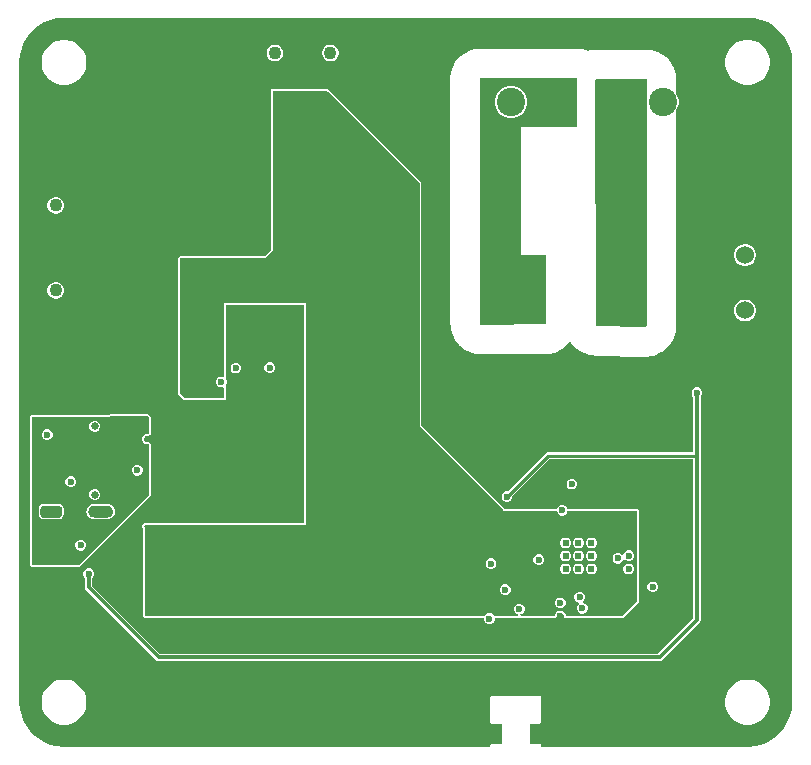
<source format=gbr>
%TF.GenerationSoftware,Altium Limited,Altium Designer,24.4.1 (13)*%
G04 Layer_Physical_Order=3*
G04 Layer_Color=16440176*
%FSLAX45Y45*%
%MOMM*%
%TF.SameCoordinates,BD841E63-566E-43FA-B15A-678BD665FBE9*%
%TF.FilePolarity,Positive*%
%TF.FileFunction,Copper,L3,Inr,Signal*%
%TF.Part,Single*%
G01*
G75*
%TA.AperFunction,Conductor*%
%ADD57C,0.25400*%
%ADD59C,0.30000*%
%TA.AperFunction,ComponentPad*%
%ADD65C,1.80000*%
%ADD66R,1.80000X1.80000*%
%ADD67C,2.40000*%
%ADD68C,1.10000*%
G04:AMPARAMS|DCode=69|XSize=1.8mm|YSize=1mm|CornerRadius=0.25mm|HoleSize=0mm|Usage=FLASHONLY|Rotation=0.000|XOffset=0mm|YOffset=0mm|HoleType=Round|Shape=RoundedRectangle|*
%AMROUNDEDRECTD69*
21,1,1.80000,0.50000,0,0,0.0*
21,1,1.30000,1.00000,0,0,0.0*
1,1,0.50000,0.65000,-0.25000*
1,1,0.50000,-0.65000,-0.25000*
1,1,0.50000,-0.65000,0.25000*
1,1,0.50000,0.65000,0.25000*
%
%ADD69ROUNDEDRECTD69*%
%ADD70O,2.10000X1.00000*%
%ADD71C,0.65000*%
%TA.AperFunction,ViaPad*%
%ADD73C,0.60960*%
%ADD74C,0.60000*%
%TA.AperFunction,ComponentPad*%
%ADD75C,1.52400*%
G36*
X8789186Y10326188D02*
X8846916Y10312329D01*
X8901766Y10289609D01*
X8952386Y10258589D01*
X8997531Y10220031D01*
X9036089Y10174886D01*
X9067109Y10124266D01*
X9089829Y10069415D01*
X9103688Y10011686D01*
X9108244Y9953794D01*
X9107987Y9952500D01*
Y4535000D01*
X9108244Y4533706D01*
X9103688Y4475814D01*
X9089829Y4418085D01*
X9067109Y4363235D01*
X9036089Y4312614D01*
X8997531Y4267469D01*
X8952386Y4228912D01*
X8901766Y4197891D01*
X8846916Y4175171D01*
X8789186Y4161312D01*
X8731294Y4156756D01*
X8730000Y4157013D01*
X6983996D01*
Y4167500D01*
X6979164Y4179164D01*
X6967500Y4183996D01*
X6883996D01*
Y4351004D01*
X6967500D01*
X6979164Y4355836D01*
X6983996Y4367500D01*
Y4572500D01*
X6979164Y4584164D01*
X6967500Y4588996D01*
X6567500D01*
X6555836Y4584164D01*
X6551004Y4572500D01*
Y4367500D01*
X6555836Y4355836D01*
X6567500Y4351004D01*
X6653504D01*
Y4183996D01*
X6567500D01*
X6555836Y4179164D01*
X6551004Y4167500D01*
Y4157013D01*
X2942500D01*
X2941206Y4156756D01*
X2883314Y4161312D01*
X2825585Y4175171D01*
X2770735Y4197891D01*
X2720114Y4228912D01*
X2674969Y4267469D01*
X2636412Y4312614D01*
X2605391Y4363235D01*
X2582671Y4418085D01*
X2568812Y4475814D01*
X2564256Y4533706D01*
X2564513Y4535000D01*
Y9952500D01*
X2564256Y9953794D01*
X2568812Y10011686D01*
X2582671Y10069415D01*
X2605391Y10124266D01*
X2636412Y10174886D01*
X2674969Y10220031D01*
X2720114Y10258589D01*
X2770735Y10289609D01*
X2825585Y10312329D01*
X2883314Y10326188D01*
X2941206Y10330744D01*
X2942500Y10330487D01*
X8725000D01*
X8730000Y10330527D01*
Y10330528D01*
X8730318Y10330821D01*
X8789186Y10326188D01*
D02*
G37*
%LPC*%
G36*
X5206747Y10100240D02*
X5188253D01*
X5170388Y10095453D01*
X5154372Y10086206D01*
X5141294Y10073128D01*
X5132047Y10057111D01*
X5127260Y10039247D01*
Y10020753D01*
X5132047Y10002889D01*
X5141294Y9986872D01*
X5154372Y9973794D01*
X5170388Y9964547D01*
X5188253Y9959760D01*
X5206747D01*
X5224611Y9964547D01*
X5240628Y9973794D01*
X5253706Y9986872D01*
X5262953Y10002889D01*
X5267740Y10020753D01*
Y10039247D01*
X5262953Y10057111D01*
X5253706Y10073128D01*
X5240628Y10086206D01*
X5224611Y10095453D01*
X5206747Y10100240D01*
D02*
G37*
G36*
X4736747D02*
X4718253D01*
X4700389Y10095453D01*
X4684372Y10086206D01*
X4671294Y10073128D01*
X4662047Y10057111D01*
X4657260Y10039247D01*
Y10020753D01*
X4662047Y10002889D01*
X4671294Y9986872D01*
X4684372Y9973794D01*
X4700389Y9964547D01*
X4718253Y9959760D01*
X4736747D01*
X4754612Y9964547D01*
X4770628Y9973794D01*
X4783706Y9986872D01*
X4792953Y10002889D01*
X4797740Y10020753D01*
Y10039247D01*
X4792953Y10057111D01*
X4783706Y10073128D01*
X4770628Y10086206D01*
X4754612Y10095453D01*
X4736747Y10100240D01*
D02*
G37*
G36*
X8748737Y10142740D02*
X8711263D01*
X8674509Y10135429D01*
X8639888Y10121088D01*
X8608729Y10100269D01*
X8582231Y10073771D01*
X8561412Y10042612D01*
X8547071Y10007991D01*
X8539760Y9971237D01*
Y9933763D01*
X8547071Y9897009D01*
X8561412Y9862388D01*
X8582231Y9831229D01*
X8608729Y9804731D01*
X8639888Y9783912D01*
X8674509Y9769571D01*
X8711263Y9762260D01*
X8748737D01*
X8785491Y9769571D01*
X8820112Y9783912D01*
X8851271Y9804731D01*
X8877769Y9831229D01*
X8898589Y9862388D01*
X8912929Y9897009D01*
X8920240Y9933763D01*
Y9971237D01*
X8912929Y10007991D01*
X8898589Y10042612D01*
X8877769Y10073771D01*
X8851271Y10100269D01*
X8820112Y10121088D01*
X8785491Y10135429D01*
X8748737Y10142740D01*
D02*
G37*
G36*
X2961237D02*
X2923763D01*
X2887009Y10135429D01*
X2852388Y10121088D01*
X2821229Y10100269D01*
X2794731Y10073771D01*
X2773912Y10042612D01*
X2759571Y10007991D01*
X2752260Y9971237D01*
Y9933763D01*
X2759571Y9897009D01*
X2773912Y9862388D01*
X2794731Y9831229D01*
X2821229Y9804731D01*
X2852388Y9783912D01*
X2887009Y9769571D01*
X2923763Y9762260D01*
X2961237D01*
X2997991Y9769571D01*
X3032612Y9783912D01*
X3063771Y9804731D01*
X3090269Y9831229D01*
X3111089Y9862388D01*
X3125429Y9897009D01*
X3132740Y9933763D01*
Y9971237D01*
X3125429Y10007991D01*
X3111089Y10042612D01*
X3090269Y10073771D01*
X3063771Y10100269D01*
X3032612Y10121088D01*
X2997991Y10135429D01*
X2961237Y10142740D01*
D02*
G37*
G36*
X2881747Y8810240D02*
X2863253D01*
X2845389Y8805453D01*
X2829372Y8796206D01*
X2816294Y8783128D01*
X2807047Y8767111D01*
X2802260Y8749247D01*
Y8730753D01*
X2807047Y8712889D01*
X2816294Y8696872D01*
X2829372Y8683794D01*
X2845389Y8674547D01*
X2863253Y8669760D01*
X2881747D01*
X2899611Y8674547D01*
X2915628Y8683794D01*
X2928706Y8696872D01*
X2937953Y8712889D01*
X2942740Y8730753D01*
Y8749247D01*
X2937953Y8767111D01*
X2928706Y8783128D01*
X2915628Y8796206D01*
X2899611Y8805453D01*
X2881747Y8810240D01*
D02*
G37*
G36*
X8721183Y8411850D02*
X8697106D01*
X8673850Y8405618D01*
X8652999Y8393580D01*
X8635974Y8376555D01*
X8623936Y8355704D01*
X8617704Y8332448D01*
Y8308371D01*
X8623936Y8285115D01*
X8635974Y8264264D01*
X8652999Y8247240D01*
X8673850Y8235201D01*
X8697106Y8228970D01*
X8721183D01*
X8744439Y8235201D01*
X8765290Y8247240D01*
X8782314Y8264264D01*
X8794353Y8285115D01*
X8800584Y8308371D01*
Y8332448D01*
X8794353Y8355704D01*
X8782314Y8376555D01*
X8765290Y8393580D01*
X8744439Y8405618D01*
X8721183Y8411850D01*
D02*
G37*
G36*
X2881747Y8090240D02*
X2863253D01*
X2845389Y8085453D01*
X2829372Y8076206D01*
X2816294Y8063128D01*
X2807047Y8047112D01*
X2802260Y8029247D01*
Y8010753D01*
X2807047Y7992889D01*
X2816294Y7976872D01*
X2829372Y7963794D01*
X2845389Y7954547D01*
X2863253Y7949760D01*
X2881747D01*
X2899611Y7954547D01*
X2915628Y7963794D01*
X2928706Y7976872D01*
X2937953Y7992889D01*
X2942740Y8010753D01*
Y8029247D01*
X2937953Y8047112D01*
X2928706Y8063128D01*
X2915628Y8076206D01*
X2899611Y8085453D01*
X2881747Y8090240D01*
D02*
G37*
G36*
X8721183Y7941950D02*
X8697106D01*
X8673850Y7935718D01*
X8652999Y7923680D01*
X8635974Y7906655D01*
X8623936Y7885804D01*
X8617704Y7862548D01*
Y7838471D01*
X8623936Y7815215D01*
X8635974Y7794364D01*
X8652999Y7777340D01*
X8673850Y7765301D01*
X8697106Y7759070D01*
X8721183D01*
X8744439Y7765301D01*
X8765290Y7777340D01*
X8782314Y7794364D01*
X8794353Y7815215D01*
X8800584Y7838471D01*
Y7862548D01*
X8794353Y7885804D01*
X8782314Y7906655D01*
X8765290Y7923680D01*
X8744439Y7935718D01*
X8721183Y7941950D01*
D02*
G37*
G36*
X7285000Y10066209D02*
X6465000D01*
X6415991Y10061382D01*
X6368866Y10047087D01*
X6325435Y10023873D01*
X6287368Y9992632D01*
X6256127Y9954565D01*
X6232913Y9911134D01*
X6218617Y9864008D01*
X6213790Y9815000D01*
Y7740223D01*
X6213825Y7739875D01*
X6213791Y7739524D01*
X6216244Y7715316D01*
X6218617Y7691214D01*
X6218719Y7690879D01*
X6218755Y7690529D01*
X6225873Y7667295D01*
X6232913Y7644089D01*
X6233078Y7643780D01*
X6233181Y7643444D01*
X6244677Y7622079D01*
X6256127Y7600658D01*
X6256350Y7600387D01*
X6256516Y7600078D01*
X6271942Y7581388D01*
X6287368Y7562591D01*
X6287640Y7562368D01*
X6287863Y7562098D01*
X6298669Y7551351D01*
X6298940Y7551130D01*
X6299164Y7550860D01*
X6318039Y7535544D01*
X6336823Y7520216D01*
X6337132Y7520052D01*
X6337404Y7519831D01*
X6358903Y7508493D01*
X6380318Y7497123D01*
X6380653Y7497022D01*
X6380964Y7496859D01*
X6404250Y7489936D01*
X6427483Y7482959D01*
X6427832Y7482925D01*
X6428167Y7482826D01*
X6452310Y7480583D01*
X6476505Y7478268D01*
X6476854Y7478303D01*
X6477202Y7478271D01*
X7021396Y7481294D01*
X7045201Y7483772D01*
X7069008Y7486117D01*
X7069679Y7486321D01*
X7070377Y7486393D01*
X7093225Y7493464D01*
X7116134Y7500412D01*
X7116752Y7500743D01*
X7117421Y7500950D01*
X7138457Y7512345D01*
X7159565Y7523627D01*
X7160106Y7524071D01*
X7160723Y7524405D01*
X7179133Y7539686D01*
X7197632Y7554868D01*
X7198077Y7555410D01*
X7198616Y7555857D01*
X7213690Y7574434D01*
X7219070Y7580990D01*
X7225312Y7582256D01*
X7230664Y7581904D01*
X7237644Y7579600D01*
X7238192Y7578584D01*
X7251781Y7562156D01*
X7264935Y7545369D01*
X7267459Y7543201D01*
X7269579Y7540637D01*
X7286116Y7527172D01*
X7302288Y7513278D01*
X7305186Y7511644D01*
X7307766Y7509543D01*
X7326611Y7499563D01*
X7345185Y7489090D01*
X7348346Y7488052D01*
X7351286Y7486495D01*
X7371714Y7480384D01*
X7391976Y7473736D01*
X7395278Y7473335D01*
X7398466Y7472381D01*
X7419699Y7470372D01*
X7440863Y7467805D01*
X7858438Y7458386D01*
X7859854Y7458493D01*
X7861270Y7458337D01*
X7884424Y7460355D01*
X7907542Y7462106D01*
X7908911Y7462488D01*
X7910329Y7462611D01*
X7932624Y7469101D01*
X7954978Y7475335D01*
X7956248Y7475977D01*
X7957613Y7476374D01*
X7978193Y7487078D01*
X7998922Y7497564D01*
X8000042Y7498442D01*
X8001303Y7499098D01*
X8019396Y7513608D01*
X8037684Y7527938D01*
X8038611Y7529018D01*
X8039720Y7529907D01*
X8050617Y7540561D01*
X8051532Y7541650D01*
X8052632Y7542553D01*
X8067364Y7560505D01*
X8082286Y7578274D01*
X8082971Y7579521D01*
X8083873Y7580621D01*
X8094815Y7601091D01*
X8105988Y7621440D01*
X8106417Y7622797D01*
X8107087Y7624052D01*
X8113824Y7646260D01*
X8120814Y7668401D01*
X8120970Y7669817D01*
X8121383Y7671177D01*
X8123656Y7694260D01*
X8126194Y7717352D01*
X8126070Y7718771D01*
X8126210Y7720185D01*
Y9548300D01*
X8136024Y9565299D01*
X8145240Y9599695D01*
Y9635305D01*
X8136024Y9669700D01*
X8126210Y9686699D01*
Y9807500D01*
X8121383Y9856509D01*
X8107087Y9903634D01*
X8083873Y9947065D01*
X8052632Y9985132D01*
X8014565Y10016373D01*
X7971134Y10039587D01*
X7924009Y10053883D01*
X7875000Y10058710D01*
X7449302D01*
X7449063Y10058686D01*
X7448823Y10058709D01*
X7424503Y10056267D01*
X7400294Y10053883D01*
X7400063Y10053813D01*
X7399823Y10053789D01*
X7379503Y10047582D01*
X7334008Y10061382D01*
X7285000Y10066209D01*
D02*
G37*
G36*
X4693999Y7410240D02*
X4676001D01*
X4659374Y7403352D01*
X4646648Y7390626D01*
X4639760Y7373999D01*
Y7356001D01*
X4646648Y7339374D01*
X4659374Y7326648D01*
X4676001Y7319760D01*
X4693999D01*
X4710626Y7326648D01*
X4723353Y7339374D01*
X4730240Y7356001D01*
Y7373999D01*
X4723353Y7390626D01*
X4710626Y7403352D01*
X4693999Y7410240D01*
D02*
G37*
G36*
X4406499Y7407740D02*
X4388501D01*
X4371874Y7400852D01*
X4359147Y7388126D01*
X4352260Y7371499D01*
Y7353501D01*
X4359147Y7336874D01*
X4371874Y7324147D01*
X4388501Y7317260D01*
X4406499D01*
X4423126Y7324147D01*
X4435852Y7336874D01*
X4442740Y7353501D01*
Y7371499D01*
X4435852Y7388126D01*
X4423126Y7400852D01*
X4406499Y7407740D01*
D02*
G37*
G36*
X3651620Y6972654D02*
X3651589Y6972641D01*
X3651557Y6972654D01*
X3336049Y6970257D01*
X3333083Y6969002D01*
X3329862D01*
X3320226Y6965010D01*
X3306420Y6963193D01*
X3198580D01*
X3184776Y6965010D01*
X3178152Y6967754D01*
X3174810D01*
X3171714Y6969009D01*
X3104884Y6968501D01*
X2916544Y6967071D01*
X2913000Y6965571D01*
X2911982Y6965773D01*
X2897875Y6962967D01*
X2771125D01*
X2758257Y6965527D01*
X2756538Y6965185D01*
X2754914Y6965843D01*
X2672374Y6965216D01*
X2666618Y6962781D01*
X2660835Y6960385D01*
X2660810Y6960323D01*
X2660747Y6960296D01*
X2658400Y6954506D01*
X2656004Y6948721D01*
X2656004Y5697500D01*
X2660836Y5685836D01*
X2672500Y5681004D01*
X3067500D01*
X3079164Y5685835D01*
X3674164Y6280836D01*
X3678996Y6292500D01*
Y6714921D01*
X3678349Y6716481D01*
X3678679Y6718138D01*
X3676006Y6722139D01*
X3674164Y6726585D01*
X3672603Y6727231D01*
X3671664Y6728636D01*
X3668163Y6730976D01*
X3663444Y6731915D01*
X3658999Y6733756D01*
X3644282D01*
X3633718Y6738132D01*
X3625632Y6746218D01*
X3621256Y6756782D01*
Y6768218D01*
X3625632Y6778782D01*
X3633718Y6786868D01*
X3644282Y6791244D01*
X3658999D01*
X3663444Y6793085D01*
X3668163Y6794024D01*
X3671664Y6796364D01*
X3672603Y6797769D01*
X3674164Y6798415D01*
X3676006Y6802861D01*
X3678679Y6806862D01*
X3678349Y6808519D01*
X3678996Y6810080D01*
Y6945423D01*
X3678983Y6945454D01*
X3678995Y6945485D01*
X3676565Y6951291D01*
X3674164Y6957087D01*
X3674133Y6957100D01*
X3674120Y6957131D01*
X3663303Y6967867D01*
X3663271Y6967880D01*
X3663258Y6967911D01*
X3657446Y6970266D01*
X3651620Y6972654D01*
D02*
G37*
G36*
X8310249Y7198990D02*
X8292251D01*
X8275624Y7192103D01*
X8262897Y7179377D01*
X8256010Y7162749D01*
Y7144752D01*
X8262897Y7128124D01*
X8270418Y7120604D01*
Y6650987D01*
X7040001D01*
X7040000Y6650988D01*
X7029098Y6648819D01*
X7019856Y6642644D01*
X7019856Y6642643D01*
X6697452Y6320240D01*
X6683501D01*
X6666874Y6313352D01*
X6654147Y6300626D01*
X6647260Y6283999D01*
Y6266001D01*
X6654147Y6249374D01*
X6666874Y6236647D01*
X6683501Y6229760D01*
X6701499D01*
X6718126Y6236647D01*
X6730852Y6249374D01*
X6737740Y6266001D01*
Y6279952D01*
X7051800Y6594013D01*
X8270418D01*
Y5244021D01*
X7972229Y4945832D01*
X3758515D01*
X3183332Y5521016D01*
Y5589354D01*
X3190852Y5596874D01*
X3197740Y5613501D01*
Y5631499D01*
X3190852Y5648126D01*
X3178126Y5660853D01*
X3161499Y5667740D01*
X3143501D01*
X3126874Y5660853D01*
X3114147Y5648126D01*
X3107260Y5631499D01*
Y5613501D01*
X3114147Y5596874D01*
X3121668Y5589354D01*
Y5508246D01*
X3121667Y5508245D01*
X3124015Y5496445D01*
X3130698Y5486443D01*
X3723942Y4893199D01*
X3723943Y4893198D01*
X3733945Y4886515D01*
X3745744Y4884168D01*
X3745746Y4884168D01*
X7984999D01*
X7985000Y4884168D01*
X7996799Y4886515D01*
X8006802Y4893198D01*
X8323051Y5209448D01*
X8323052Y5209448D01*
X8329735Y5219451D01*
X8332082Y5231250D01*
Y6622500D01*
Y7120604D01*
X8339602Y7128124D01*
X8346490Y7144752D01*
Y7162749D01*
X8339602Y7179377D01*
X8326876Y7192103D01*
X8310249Y7198990D01*
D02*
G37*
G36*
X7251499Y6426180D02*
X7233501D01*
X7216874Y6419292D01*
X7204148Y6406566D01*
X7197260Y6389938D01*
Y6371941D01*
X7204148Y6355313D01*
X7216874Y6342587D01*
X7233501Y6335700D01*
X7251499D01*
X7268126Y6342587D01*
X7280853Y6355313D01*
X7287740Y6371941D01*
Y6389938D01*
X7280853Y6406566D01*
X7268126Y6419292D01*
X7251499Y6426180D01*
D02*
G37*
G36*
X7936499Y5555240D02*
X7918501D01*
X7901874Y5548352D01*
X7889148Y5535626D01*
X7882260Y5518999D01*
Y5501001D01*
X7889148Y5484374D01*
X7901874Y5471647D01*
X7918501Y5464760D01*
X7936499D01*
X7953126Y5471647D01*
X7965852Y5484374D01*
X7972740Y5501001D01*
Y5518999D01*
X7965852Y5535626D01*
X7953126Y5548352D01*
X7936499Y5555240D01*
D02*
G37*
G36*
X5170000Y9728996D02*
X4710000D01*
X4698336Y9724164D01*
X4693504Y9712500D01*
Y8364333D01*
X4640667Y8311496D01*
X3927500D01*
X3915836Y8306664D01*
X3911004Y8295000D01*
Y7169332D01*
X3908336Y7166664D01*
X3903504Y7155000D01*
X3908336Y7143335D01*
X3955836Y7095836D01*
X3967500Y7091004D01*
X4300000D01*
X4311664Y7095836D01*
X4316496Y7107500D01*
Y7192672D01*
X4315849Y7194233D01*
X4316179Y7195890D01*
X4313505Y7199891D01*
X4311664Y7204336D01*
X4313042Y7219063D01*
X4313353Y7219374D01*
X4320240Y7236001D01*
Y7253999D01*
X4313353Y7270626D01*
X4313042Y7270937D01*
X4311664Y7285664D01*
X4313505Y7290109D01*
X4316179Y7294110D01*
X4315849Y7295767D01*
X4316496Y7297328D01*
Y7901004D01*
X4971004D01*
Y6054239D01*
X3627331Y6051536D01*
X3624309Y6050277D01*
X3621036Y6050274D01*
X3618713Y6047946D01*
X3615676Y6046681D01*
X3614430Y6043654D01*
X3612117Y6041337D01*
X3606299Y6027251D01*
X3606303Y6023978D01*
X3605050Y6020954D01*
X3606309Y6017915D01*
X3606312Y6014626D01*
X3608629Y6012314D01*
X3609882Y6009290D01*
X3611004Y6008167D01*
Y5262500D01*
X3615836Y5250836D01*
X3627500Y5246004D01*
X6499760D01*
Y5231001D01*
X6506648Y5214374D01*
X6519374Y5201647D01*
X6536001Y5194760D01*
X6553999D01*
X6570626Y5201647D01*
X6583353Y5214374D01*
X6590240Y5231001D01*
Y5246004D01*
X6787342D01*
X6792622Y5248191D01*
X6797500Y5249777D01*
X6802378Y5248191D01*
X6807658Y5246004D01*
X7100418D01*
X7112082Y5250836D01*
X7116914Y5262500D01*
Y5270744D01*
X7121290Y5281308D01*
X7129376Y5289394D01*
X7139940Y5293770D01*
X7151376D01*
X7161940Y5289394D01*
X7170026Y5281308D01*
X7174402Y5270744D01*
Y5262500D01*
X7179234Y5250836D01*
X7190898Y5246004D01*
X7318736D01*
X7321768Y5247260D01*
X7325049D01*
X7325618Y5247496D01*
X7337054D01*
X7337623Y5247260D01*
X7340904D01*
X7343935Y5246004D01*
X7667500D01*
X7679164Y5250836D01*
X7809164Y5380836D01*
X7813996Y5392500D01*
Y5585851D01*
X7812740Y5588882D01*
Y5592164D01*
X7808756Y5601783D01*
Y5613218D01*
X7812740Y5622837D01*
Y5626118D01*
X7813996Y5629149D01*
Y6152500D01*
X7809164Y6164164D01*
X7797500Y6168996D01*
X7205240D01*
Y6168999D01*
X7198352Y6185626D01*
X7185626Y6198353D01*
X7168999Y6205240D01*
X7151001D01*
X7134374Y6198353D01*
X7121647Y6185626D01*
X7114760Y6168999D01*
Y6168996D01*
X6676833D01*
X5968996Y6876833D01*
Y8930000D01*
X5964164Y8941664D01*
X5181664Y9724164D01*
X5170000Y9728996D01*
D02*
G37*
G36*
X8748737Y4725240D02*
X8711263D01*
X8674509Y4717929D01*
X8639888Y4703589D01*
X8608729Y4682769D01*
X8582231Y4656271D01*
X8561412Y4625112D01*
X8547071Y4590491D01*
X8539760Y4553737D01*
Y4516263D01*
X8547071Y4479509D01*
X8561412Y4444888D01*
X8582231Y4413729D01*
X8608729Y4387231D01*
X8639888Y4366412D01*
X8674509Y4352071D01*
X8711263Y4344760D01*
X8748737D01*
X8785491Y4352071D01*
X8820112Y4366412D01*
X8851271Y4387231D01*
X8877769Y4413729D01*
X8898589Y4444888D01*
X8912929Y4479509D01*
X8920240Y4516263D01*
Y4553737D01*
X8912929Y4590491D01*
X8898589Y4625112D01*
X8877769Y4656271D01*
X8851271Y4682769D01*
X8820112Y4703589D01*
X8785491Y4717929D01*
X8748737Y4725240D01*
D02*
G37*
G36*
X2961237D02*
X2923763D01*
X2887009Y4717929D01*
X2852388Y4703589D01*
X2821229Y4682769D01*
X2794731Y4656271D01*
X2773912Y4625112D01*
X2759571Y4590491D01*
X2752260Y4553737D01*
Y4516263D01*
X2759571Y4479509D01*
X2773912Y4444888D01*
X2794731Y4413729D01*
X2821229Y4387231D01*
X2852388Y4366412D01*
X2887009Y4352071D01*
X2923763Y4344760D01*
X2961237D01*
X2997991Y4352071D01*
X3032612Y4366412D01*
X3063771Y4387231D01*
X3090269Y4413729D01*
X3111089Y4444888D01*
X3125429Y4479509D01*
X3132740Y4516263D01*
Y4553737D01*
X3125429Y4590491D01*
X3111089Y4625112D01*
X3090269Y4656271D01*
X3063771Y4682769D01*
X3032612Y4703589D01*
X2997991Y4717929D01*
X2961237Y4725240D01*
D02*
G37*
%LPD*%
G36*
X7285000Y9405000D02*
X6815000D01*
Y8320000D01*
X7020000D01*
Y7732500D01*
X6475806Y7729477D01*
X6465000Y7740223D01*
Y9815000D01*
X7285000D01*
Y9405000D01*
D02*
G37*
G36*
X7875000Y9636199D02*
X7874760Y9635305D01*
Y9599695D01*
X7875000Y9598800D01*
Y7720185D01*
X7864103Y7709531D01*
X7446528Y7718950D01*
X7438546Y9796703D01*
X7449302Y9807500D01*
X7875000D01*
Y9636199D01*
D02*
G37*
%LPC*%
G36*
X6746805Y9752740D02*
X6711196D01*
X6676800Y9743524D01*
X6645961Y9725719D01*
X6620781Y9700539D01*
X6602977Y9669700D01*
X6593760Y9635305D01*
Y9599695D01*
X6602977Y9565299D01*
X6620781Y9534461D01*
X6645961Y9509281D01*
X6676800Y9491476D01*
X6711196Y9482260D01*
X6746805D01*
X6781201Y9491476D01*
X6812039Y9509281D01*
X6837219Y9534461D01*
X6855024Y9565299D01*
X6864240Y9599695D01*
Y9635305D01*
X6855024Y9669700D01*
X6837219Y9700539D01*
X6812039Y9725719D01*
X6781201Y9743524D01*
X6746805Y9752740D01*
D02*
G37*
%LPD*%
G36*
X3662500Y6945423D02*
Y6810080D01*
X3658999Y6807740D01*
X3641001D01*
X3624374Y6800853D01*
X3611648Y6788126D01*
X3604760Y6771499D01*
Y6753501D01*
X3611648Y6736874D01*
X3624374Y6724148D01*
X3641001Y6717260D01*
X3658999D01*
X3662500Y6714921D01*
Y6292500D01*
X3067500Y5697500D01*
X2672500D01*
X2672500Y6948721D01*
X2755039Y6949348D01*
X2769500Y6946472D01*
X2899500D01*
X2915201Y6949595D01*
X2916669Y6950576D01*
X3105009Y6952006D01*
X3171839Y6952514D01*
X3180469Y6948939D01*
X3197500Y6946697D01*
X3307500D01*
X3324531Y6948939D01*
X3336174Y6953762D01*
X3651683Y6956158D01*
X3662500Y6945423D01*
D02*
G37*
%LPC*%
G36*
X3211996Y6917240D02*
X3193004D01*
X3175457Y6909972D01*
X3162028Y6896542D01*
X3154760Y6878996D01*
Y6860004D01*
X3162028Y6842457D01*
X3175457Y6829028D01*
X3193004Y6821760D01*
X3211996D01*
X3229543Y6829028D01*
X3242972Y6842457D01*
X3250240Y6860004D01*
Y6878996D01*
X3242972Y6896542D01*
X3229543Y6909972D01*
X3211996Y6917240D01*
D02*
G37*
G36*
X2808998Y6845239D02*
X2791001D01*
X2774373Y6838352D01*
X2761647Y6825626D01*
X2754760Y6808998D01*
Y6791001D01*
X2761647Y6774373D01*
X2774373Y6761647D01*
X2791001Y6754759D01*
X2808998D01*
X2825626Y6761647D01*
X2838352Y6774373D01*
X2845240Y6791001D01*
Y6808998D01*
X2838352Y6825626D01*
X2825626Y6838352D01*
X2808998Y6845239D01*
D02*
G37*
G36*
X3571499Y6542740D02*
X3553501D01*
X3536874Y6535853D01*
X3524148Y6523126D01*
X3517260Y6506499D01*
Y6488501D01*
X3524148Y6471874D01*
X3536874Y6459148D01*
X3553501Y6452260D01*
X3571499D01*
X3588126Y6459148D01*
X3600853Y6471874D01*
X3607740Y6488501D01*
Y6506499D01*
X3600853Y6523126D01*
X3588126Y6535853D01*
X3571499Y6542740D01*
D02*
G37*
G36*
X3008998Y6445239D02*
X2991001D01*
X2974373Y6438352D01*
X2961647Y6425626D01*
X2954760Y6408998D01*
Y6391001D01*
X2961647Y6374373D01*
X2974373Y6361647D01*
X2991001Y6354759D01*
X3008998D01*
X3025626Y6361647D01*
X3038352Y6374373D01*
X3045240Y6391001D01*
Y6408998D01*
X3038352Y6425626D01*
X3025626Y6438352D01*
X3008998Y6445239D01*
D02*
G37*
G36*
X3211996Y6339240D02*
X3193004D01*
X3175457Y6331972D01*
X3162028Y6318543D01*
X3154760Y6300996D01*
Y6282004D01*
X3162028Y6264457D01*
X3175457Y6251028D01*
X3193004Y6243760D01*
X3211996D01*
X3229543Y6251028D01*
X3242972Y6264457D01*
X3250240Y6282004D01*
Y6300996D01*
X3242972Y6318543D01*
X3229543Y6331972D01*
X3211996Y6339240D01*
D02*
G37*
G36*
X3307500Y6214303D02*
X3197500D01*
X3180469Y6212061D01*
X3164598Y6205487D01*
X3150970Y6195030D01*
X3140513Y6181401D01*
X3133939Y6165531D01*
X3131697Y6148500D01*
X3133939Y6131469D01*
X3140513Y6115599D01*
X3150970Y6101971D01*
X3164598Y6091513D01*
X3180469Y6084939D01*
X3197500Y6082697D01*
X3307500D01*
X3324531Y6084939D01*
X3340401Y6091513D01*
X3354030Y6101971D01*
X3364487Y6115599D01*
X3371061Y6131469D01*
X3373303Y6148500D01*
X3371061Y6165531D01*
X3364487Y6181401D01*
X3354030Y6195030D01*
X3340401Y6205487D01*
X3324531Y6212061D01*
X3307500Y6214303D01*
D02*
G37*
G36*
X2899500Y6214528D02*
X2769500D01*
X2753799Y6211405D01*
X2740489Y6202511D01*
X2731595Y6189201D01*
X2728472Y6173500D01*
Y6123500D01*
X2731595Y6107799D01*
X2740489Y6094489D01*
X2753799Y6085595D01*
X2769500Y6082472D01*
X2899500D01*
X2915201Y6085595D01*
X2928511Y6094489D01*
X2937405Y6107799D01*
X2940528Y6123500D01*
Y6173500D01*
X2937405Y6189201D01*
X2928511Y6202511D01*
X2915201Y6211405D01*
X2899500Y6214528D01*
D02*
G37*
G36*
X3093999Y5907740D02*
X3076001D01*
X3059374Y5900853D01*
X3046647Y5888126D01*
X3039760Y5871499D01*
Y5853501D01*
X3046647Y5836874D01*
X3059374Y5824148D01*
X3076001Y5817260D01*
X3093999D01*
X3110626Y5824148D01*
X3123352Y5836874D01*
X3130240Y5853501D01*
Y5871499D01*
X3123352Y5888126D01*
X3110626Y5900853D01*
X3093999Y5907740D01*
D02*
G37*
%LPD*%
G36*
X3320225Y6195990D02*
X3332082Y6191078D01*
X3342265Y6183265D01*
X3350078Y6173082D01*
X3354989Y6161225D01*
X3356665Y6148500D01*
X3354990Y6135775D01*
X3350078Y6123918D01*
X3342265Y6113735D01*
X3332082Y6105922D01*
X3320226Y6101011D01*
X3306420Y6099193D01*
X3198580D01*
X3184775Y6101010D01*
X3172918Y6105922D01*
X3162735Y6113735D01*
X3154922Y6123918D01*
X3150010Y6135775D01*
X3148335Y6148500D01*
X3150010Y6161225D01*
X3154922Y6173082D01*
X3162735Y6183265D01*
X3172918Y6191078D01*
X3184774Y6195989D01*
X3198580Y6197807D01*
X3306420D01*
X3320225Y6195990D01*
D02*
G37*
G36*
X2908764Y6195866D02*
X2916619Y6190618D01*
X2921866Y6182764D01*
X2924033Y6171875D01*
Y6125125D01*
X2921866Y6114236D01*
X2916618Y6106381D01*
X2908764Y6101134D01*
X2897875Y6098967D01*
X2771125D01*
X2760236Y6101134D01*
X2752381Y6106382D01*
X2747134Y6114236D01*
X2744968Y6125125D01*
Y6171875D01*
X2747134Y6182764D01*
X2752382Y6190619D01*
X2760236Y6195866D01*
X2771125Y6198033D01*
X2897875D01*
X2908764Y6195866D01*
D02*
G37*
G36*
X5952500Y8930000D02*
Y6870000D01*
X6670000Y6152500D01*
X7114760D01*
Y6151001D01*
X7121647Y6134374D01*
X7134374Y6121648D01*
X7151001Y6114760D01*
X7168999D01*
X7185626Y6121648D01*
X7198352Y6134374D01*
X7205240Y6151001D01*
Y6152500D01*
X7797500D01*
Y5629149D01*
X7792260Y5616499D01*
Y5598501D01*
X7797500Y5585851D01*
Y5392500D01*
X7667500Y5262500D01*
X7343935D01*
X7340335Y5263992D01*
X7322337D01*
X7318736Y5262500D01*
X7190898D01*
Y5274025D01*
X7184010Y5290652D01*
X7171284Y5303378D01*
X7154657Y5310266D01*
X7136659D01*
X7120031Y5303378D01*
X7107305Y5290652D01*
X7100418Y5274025D01*
Y5262500D01*
X6807658D01*
X6806499Y5277260D01*
X6823126Y5284147D01*
X6835852Y5296874D01*
X6842740Y5313501D01*
Y5331499D01*
X6835852Y5348126D01*
X6823126Y5360852D01*
X6806499Y5367740D01*
X6788501D01*
X6771874Y5360852D01*
X6759148Y5348126D01*
X6752260Y5331499D01*
Y5313501D01*
X6759148Y5296874D01*
X6771874Y5284147D01*
X6788501Y5277260D01*
X6787342Y5262500D01*
X6584647D01*
X6583353Y5265626D01*
X6570626Y5278352D01*
X6553999Y5285240D01*
X6536001D01*
X6519374Y5278352D01*
X6506648Y5265626D01*
X6505353Y5262500D01*
X3627500D01*
Y6015000D01*
X3621546Y6020954D01*
X3627364Y6035040D01*
X4987500Y6037777D01*
Y7917500D01*
X4300000D01*
Y7297328D01*
X4287328Y7288861D01*
X4283999Y7290240D01*
X4266001D01*
X4249374Y7283352D01*
X4236648Y7270626D01*
X4229760Y7253999D01*
Y7236001D01*
X4236648Y7219374D01*
X4249374Y7206648D01*
X4266001Y7199760D01*
X4283999D01*
X4287328Y7201139D01*
X4300000Y7192672D01*
Y7107500D01*
X3967500D01*
X3920000Y7155000D01*
X3927500Y7162500D01*
Y8295000D01*
X4647500D01*
X4710000Y8357500D01*
Y9712500D01*
X5170000D01*
X5952500Y8930000D01*
D02*
G37*
%LPC*%
G36*
X7417591Y5927102D02*
X7399403D01*
X7382598Y5920142D01*
X7369737Y5907281D01*
X7362777Y5890476D01*
Y5872288D01*
X7369737Y5855484D01*
X7382598Y5842623D01*
X7399403Y5835662D01*
X7417591D01*
X7434395Y5842623D01*
X7447256Y5855484D01*
X7454217Y5872288D01*
Y5890476D01*
X7447256Y5907281D01*
X7434395Y5920142D01*
X7417591Y5927102D01*
D02*
G37*
G36*
X7307591D02*
X7289402D01*
X7272598Y5920142D01*
X7259737Y5907281D01*
X7252777Y5890476D01*
Y5872288D01*
X7259737Y5855484D01*
X7272598Y5842623D01*
X7289402Y5835662D01*
X7307591D01*
X7324395Y5842623D01*
X7337256Y5855484D01*
X7344217Y5872288D01*
Y5890476D01*
X7337256Y5907281D01*
X7324395Y5920142D01*
X7307591Y5927102D01*
D02*
G37*
G36*
X7197591D02*
X7179402D01*
X7162598Y5920142D01*
X7149737Y5907281D01*
X7142777Y5890476D01*
Y5872288D01*
X7149737Y5855484D01*
X7162598Y5842623D01*
X7179402Y5835662D01*
X7197591D01*
X7214395Y5842623D01*
X7227256Y5855484D01*
X7234217Y5872288D01*
Y5890476D01*
X7227256Y5907281D01*
X7214395Y5920142D01*
X7197591Y5927102D01*
D02*
G37*
G36*
X7733999Y5820240D02*
X7716001D01*
X7699374Y5813352D01*
X7686648Y5800626D01*
X7681710Y5788706D01*
X7668475Y5784242D01*
X7664655Y5784324D01*
X7658126Y5790853D01*
X7641499Y5797740D01*
X7623501D01*
X7606874Y5790853D01*
X7594148Y5778126D01*
X7587260Y5761499D01*
Y5743501D01*
X7594148Y5726874D01*
X7606874Y5714148D01*
X7623501Y5707260D01*
X7641499D01*
X7658126Y5714148D01*
X7670853Y5726874D01*
X7675790Y5738793D01*
X7689025Y5743258D01*
X7692845Y5743176D01*
X7699374Y5736647D01*
X7716001Y5729760D01*
X7733999D01*
X7750626Y5736647D01*
X7763353Y5749374D01*
X7770240Y5766001D01*
Y5783999D01*
X7763353Y5800626D01*
X7750626Y5813352D01*
X7733999Y5820240D01*
D02*
G37*
G36*
X7417591Y5817102D02*
X7399403D01*
X7382598Y5810142D01*
X7369737Y5797281D01*
X7362777Y5780476D01*
Y5762288D01*
X7369737Y5745484D01*
X7382598Y5732623D01*
X7399403Y5725662D01*
X7417591D01*
X7434395Y5732623D01*
X7447256Y5745484D01*
X7454217Y5762288D01*
Y5780476D01*
X7447256Y5797281D01*
X7434395Y5810142D01*
X7417591Y5817102D01*
D02*
G37*
G36*
X7307591D02*
X7289402D01*
X7272598Y5810142D01*
X7259737Y5797281D01*
X7252777Y5780476D01*
Y5762288D01*
X7259737Y5745484D01*
X7272598Y5732623D01*
X7289402Y5725662D01*
X7307591D01*
X7324395Y5732623D01*
X7337256Y5745484D01*
X7344217Y5762288D01*
Y5780476D01*
X7337256Y5797281D01*
X7324395Y5810142D01*
X7307591Y5817102D01*
D02*
G37*
G36*
X7197591D02*
X7179402D01*
X7162598Y5810142D01*
X7149737Y5797281D01*
X7142777Y5780476D01*
Y5762288D01*
X7149737Y5745484D01*
X7162598Y5732623D01*
X7179402Y5725662D01*
X7197591D01*
X7214395Y5732623D01*
X7227256Y5745484D01*
X7234217Y5762288D01*
Y5780476D01*
X7227256Y5797281D01*
X7214395Y5810142D01*
X7197591Y5817102D01*
D02*
G37*
G36*
X6971499Y5785240D02*
X6953501D01*
X6936874Y5778352D01*
X6924147Y5765626D01*
X6917260Y5748999D01*
Y5731001D01*
X6924147Y5714374D01*
X6936874Y5701647D01*
X6953501Y5694760D01*
X6971499D01*
X6988126Y5701647D01*
X7000852Y5714374D01*
X7007740Y5731001D01*
Y5748999D01*
X7000852Y5765626D01*
X6988126Y5778352D01*
X6971499Y5785240D01*
D02*
G37*
G36*
X6566499Y5752740D02*
X6548501D01*
X6531874Y5745852D01*
X6519147Y5733126D01*
X6512260Y5716499D01*
Y5698501D01*
X6519147Y5681874D01*
X6531874Y5669147D01*
X6548501Y5662260D01*
X6566499D01*
X6583126Y5669147D01*
X6595852Y5681874D01*
X6602740Y5698501D01*
Y5716499D01*
X6595852Y5733126D01*
X6583126Y5745852D01*
X6566499Y5752740D01*
D02*
G37*
G36*
X7732239Y5706980D02*
X7714242D01*
X7697614Y5700093D01*
X7684888Y5687367D01*
X7678000Y5670739D01*
Y5652742D01*
X7684888Y5636114D01*
X7697614Y5623388D01*
X7714242Y5616500D01*
X7732239D01*
X7748867Y5623388D01*
X7761593Y5636114D01*
X7768480Y5652742D01*
Y5670739D01*
X7761593Y5687367D01*
X7748867Y5700093D01*
X7732239Y5706980D01*
D02*
G37*
G36*
X7417591Y5707102D02*
X7399403D01*
X7382598Y5700142D01*
X7369737Y5687280D01*
X7362777Y5670476D01*
Y5652288D01*
X7369737Y5635484D01*
X7382598Y5622623D01*
X7399403Y5615662D01*
X7417591D01*
X7434395Y5622623D01*
X7447256Y5635484D01*
X7454217Y5652288D01*
Y5670476D01*
X7447256Y5687280D01*
X7434395Y5700142D01*
X7417591Y5707102D01*
D02*
G37*
G36*
X7307591D02*
X7289402D01*
X7272598Y5700142D01*
X7259737Y5687280D01*
X7252777Y5670476D01*
Y5652288D01*
X7259737Y5635484D01*
X7272598Y5622623D01*
X7289402Y5615662D01*
X7307591D01*
X7324395Y5622623D01*
X7337256Y5635484D01*
X7344217Y5652288D01*
Y5670476D01*
X7337256Y5687280D01*
X7324395Y5700142D01*
X7307591Y5707102D01*
D02*
G37*
G36*
X7197591D02*
X7179402D01*
X7162598Y5700142D01*
X7149737Y5687280D01*
X7142777Y5670476D01*
Y5652288D01*
X7149737Y5635484D01*
X7162598Y5622623D01*
X7179402Y5615662D01*
X7197591D01*
X7214395Y5622623D01*
X7227256Y5635484D01*
X7234217Y5652288D01*
Y5670476D01*
X7227256Y5687280D01*
X7214395Y5700142D01*
X7197591Y5707102D01*
D02*
G37*
G36*
X6688999Y5532740D02*
X6671001D01*
X6654374Y5525853D01*
X6641648Y5513126D01*
X6634760Y5496499D01*
Y5478501D01*
X6641648Y5461874D01*
X6654374Y5449148D01*
X6671001Y5442260D01*
X6688999D01*
X6705626Y5449148D01*
X6718353Y5461874D01*
X6725240Y5478501D01*
Y5496499D01*
X6718353Y5513126D01*
X6705626Y5525853D01*
X6688999Y5532740D01*
D02*
G37*
G36*
X7154657Y5420266D02*
X7136659D01*
X7120031Y5413378D01*
X7107305Y5400652D01*
X7100418Y5384024D01*
Y5366027D01*
X7107305Y5349399D01*
X7120031Y5336673D01*
X7136659Y5329786D01*
X7154657D01*
X7171284Y5336673D01*
X7184010Y5349399D01*
X7190898Y5366027D01*
Y5384024D01*
X7184010Y5400652D01*
X7171284Y5413378D01*
X7154657Y5420266D01*
D02*
G37*
G36*
X7318571Y5467469D02*
X7300573D01*
X7283946Y5460581D01*
X7271219Y5447855D01*
X7264332Y5431228D01*
Y5413230D01*
X7271219Y5396603D01*
X7283946Y5383876D01*
X7296677Y5378603D01*
X7300464Y5366316D01*
X7300419Y5361813D01*
X7292983Y5354378D01*
X7286096Y5337750D01*
Y5319753D01*
X7292983Y5303125D01*
X7305710Y5290399D01*
X7322337Y5283511D01*
X7340335D01*
X7356962Y5290399D01*
X7369688Y5303125D01*
X7376576Y5319753D01*
Y5337750D01*
X7369688Y5354378D01*
X7356962Y5367104D01*
X7344230Y5372378D01*
X7340443Y5384664D01*
X7340489Y5389167D01*
X7347924Y5396603D01*
X7354812Y5413230D01*
Y5431228D01*
X7347924Y5447855D01*
X7335198Y5460581D01*
X7318571Y5467469D01*
D02*
G37*
%LPD*%
D57*
X6692500Y6275000D02*
X7040000Y6622500D01*
X8301250D01*
D59*
Y7153750D01*
Y5231250D02*
Y6622500D01*
X3745744Y4915000D02*
X7985000D01*
X8301250Y5231250D01*
X3152500Y5508245D02*
X3745744Y4915000D01*
X3152500Y5508245D02*
Y5622500D01*
D65*
X7179000Y9527500D02*
D03*
D66*
X7560000D02*
D03*
D67*
X8010000Y9617500D02*
D03*
X6729000D02*
D03*
D68*
X2872500Y8740000D02*
D03*
Y8020000D02*
D03*
X4727500Y10030000D02*
D03*
X5197500D02*
D03*
D69*
X2834500Y7012500D02*
D03*
Y6148500D02*
D03*
D70*
X3252500Y7012500D02*
D03*
Y6148500D02*
D03*
D71*
X3202500Y6291500D02*
D03*
Y6869500D02*
D03*
D73*
X7408497Y5881382D02*
D03*
Y5771382D02*
D03*
Y5661382D02*
D03*
X7298497Y5881382D02*
D03*
Y5771382D02*
D03*
Y5661382D02*
D03*
X7188497Y5881382D02*
D03*
Y5771382D02*
D03*
Y5661382D02*
D03*
D74*
X3365000Y5902500D02*
D03*
X3085000Y5862500D02*
D03*
X2807500Y5420000D02*
D03*
X6600008Y4640005D02*
D03*
X7040008Y4560005D02*
D03*
X6480008Y4240005D02*
D03*
Y4560005D02*
D03*
X6520008Y4320005D02*
D03*
X7000008Y4640005D02*
D03*
X6920008D02*
D03*
X6520008D02*
D03*
X6680008D02*
D03*
X6480008Y4400005D02*
D03*
X6520008Y4480005D02*
D03*
X6760008Y4640005D02*
D03*
X6840008D02*
D03*
X3055000Y5370000D02*
D03*
X8999999Y9599999D02*
D03*
X8799999Y9199999D02*
D03*
X8999999Y8799999D02*
D03*
Y7999999D02*
D03*
X8799999Y7599999D02*
D03*
X8999999Y7199999D02*
D03*
X8799999Y6799999D02*
D03*
X8999999Y6399999D02*
D03*
X8799999Y5999999D02*
D03*
X8999999Y5599999D02*
D03*
X8799999Y5200000D02*
D03*
X8999999Y4800000D02*
D03*
X8399999Y9999999D02*
D03*
X8599999Y9599999D02*
D03*
X8399999Y9199999D02*
D03*
X8599999Y8799999D02*
D03*
X8399999Y8399999D02*
D03*
X8599999Y7999999D02*
D03*
Y7199999D02*
D03*
X8399999Y6799999D02*
D03*
X8599999Y6399999D02*
D03*
X8399999Y5999999D02*
D03*
X8599999Y5599999D02*
D03*
X8399999Y5200000D02*
D03*
X8599999Y4800000D02*
D03*
X8399999Y4400000D02*
D03*
X8199999Y9599999D02*
D03*
Y8799999D02*
D03*
Y7999999D02*
D03*
Y7199999D02*
D03*
X7999999Y6799999D02*
D03*
X8199999Y6399999D02*
D03*
Y4800000D02*
D03*
X7999999Y4400000D02*
D03*
X7599999Y6799999D02*
D03*
X7799999Y4800000D02*
D03*
X7599999Y4400000D02*
D03*
X6799999Y5200000D02*
D03*
X6999999Y4800000D02*
D03*
X6599999Y6399999D02*
D03*
Y4800000D02*
D03*
X6399999Y4400000D02*
D03*
X5999999Y9999999D02*
D03*
Y9199999D02*
D03*
Y8399999D02*
D03*
Y7599999D02*
D03*
Y5200000D02*
D03*
X6199999Y4800000D02*
D03*
X5999999Y4400000D02*
D03*
X5599999Y9999999D02*
D03*
X5799999Y9599999D02*
D03*
X5599999Y5200000D02*
D03*
X5799999Y4800000D02*
D03*
X5599999Y4400000D02*
D03*
X5399999Y4800000D02*
D03*
X4800000Y7599999D02*
D03*
Y6799999D02*
D03*
X4400000Y9199999D02*
D03*
X4599999Y8799999D02*
D03*
X4400000Y6799999D02*
D03*
X4599999Y6399999D02*
D03*
X4400000Y5200000D02*
D03*
X4599999Y4800000D02*
D03*
X4400000Y4400000D02*
D03*
X4000000Y9999999D02*
D03*
X4199999Y9599999D02*
D03*
X4000000Y9199999D02*
D03*
Y8399999D02*
D03*
Y6799999D02*
D03*
X4199999Y6399999D02*
D03*
X4000000Y5200000D02*
D03*
Y4400000D02*
D03*
X3600000Y9999999D02*
D03*
X3800000Y9599999D02*
D03*
X3600000Y9199999D02*
D03*
X3800000Y8799999D02*
D03*
Y7999999D02*
D03*
X3600000Y7599999D02*
D03*
X3800000Y7199999D02*
D03*
Y4800000D02*
D03*
X3600000Y4400000D02*
D03*
X3200000Y9999999D02*
D03*
X3400000Y9599999D02*
D03*
X3200000Y9199999D02*
D03*
X3400000Y8799999D02*
D03*
X3200000Y8399999D02*
D03*
X3400000Y7999999D02*
D03*
X3200000Y7599999D02*
D03*
X3400000Y7199999D02*
D03*
X3200000Y5200000D02*
D03*
X3400000Y4800000D02*
D03*
X3200000Y4400000D02*
D03*
X3000000Y9599999D02*
D03*
X2800000Y9199999D02*
D03*
Y8399999D02*
D03*
X3000000Y7999999D02*
D03*
X2800000Y7599999D02*
D03*
X3000000Y7199999D02*
D03*
X2800000Y6799999D02*
D03*
X3000000Y6399999D02*
D03*
X2800000Y5200000D02*
D03*
X3000000Y4800000D02*
D03*
X6557500Y5707500D02*
D03*
X6680000Y5487500D02*
D03*
X4880000Y6447500D02*
D03*
X6797500Y5322500D02*
D03*
X7037500Y6275000D02*
D03*
X7327500Y6530000D02*
D03*
X7672500Y6242500D02*
D03*
X8165000Y5512500D02*
D03*
X8120000Y5187500D02*
D03*
X5145000Y8860000D02*
D03*
X7800004Y9600005D02*
D03*
Y9400005D02*
D03*
Y9200005D02*
D03*
Y9000005D02*
D03*
Y8800005D02*
D03*
Y8600005D02*
D03*
Y8400005D02*
D03*
Y8200004D02*
D03*
Y8000004D02*
D03*
Y7800004D02*
D03*
X7750004Y9700005D02*
D03*
X7700004Y9600005D02*
D03*
X7750004Y9500005D02*
D03*
X7700004Y9400005D02*
D03*
X7750004Y9300005D02*
D03*
X7700004Y9200005D02*
D03*
X7750004Y9100005D02*
D03*
X7700004Y9000005D02*
D03*
X7750004Y8900005D02*
D03*
X7700004Y8800005D02*
D03*
X7750004Y8700005D02*
D03*
X7700004Y8600005D02*
D03*
X7750004Y8500005D02*
D03*
X7700004Y8400005D02*
D03*
X7750004Y8300004D02*
D03*
X7700004Y8200004D02*
D03*
X7750004Y8100004D02*
D03*
X7700004Y8000004D02*
D03*
X7750004Y7900004D02*
D03*
X7700004Y7800004D02*
D03*
X7650004Y9700005D02*
D03*
Y9300005D02*
D03*
X7600004Y8400005D02*
D03*
X7650004Y8300004D02*
D03*
X7600004Y8200004D02*
D03*
X7650004Y8100004D02*
D03*
X7600004Y8000004D02*
D03*
X7550004Y9700005D02*
D03*
Y9300005D02*
D03*
X7500004Y8400005D02*
D03*
X7550004Y8300004D02*
D03*
X7500004Y8200004D02*
D03*
X7550004Y8100004D02*
D03*
X7500004Y8000004D02*
D03*
X7250004Y9700005D02*
D03*
X7150004D02*
D03*
X7050004D02*
D03*
X7000004Y9600005D02*
D03*
X6950004Y9700005D02*
D03*
X6900004Y9600005D02*
D03*
X6950004Y9500005D02*
D03*
X6900004Y8200004D02*
D03*
X6950004Y8100004D02*
D03*
X6900004Y8000004D02*
D03*
X6850004Y9500005D02*
D03*
X6800004Y8200004D02*
D03*
X6850004Y8100004D02*
D03*
X6800004Y8000004D02*
D03*
X6700004Y9400005D02*
D03*
X6750004Y9300005D02*
D03*
X6700004Y9200005D02*
D03*
X6750004Y9100005D02*
D03*
X6700004Y9000005D02*
D03*
X6750004Y8900005D02*
D03*
Y8500005D02*
D03*
X6700004Y8400005D02*
D03*
X6750004Y8300004D02*
D03*
X6700004Y8200004D02*
D03*
X6750004Y8100004D02*
D03*
X6700004Y8000004D02*
D03*
Y7800004D02*
D03*
X6600004Y9400005D02*
D03*
X6650003Y9300005D02*
D03*
X6600004Y9200005D02*
D03*
X6650003Y9100005D02*
D03*
X6600004Y9000005D02*
D03*
X6650003Y8900005D02*
D03*
X6600004Y8400005D02*
D03*
X6650003Y8300004D02*
D03*
X6600004Y8200004D02*
D03*
X6650003Y8100004D02*
D03*
X6600004Y8000004D02*
D03*
X6650003Y7900004D02*
D03*
X6600004Y7800004D02*
D03*
X6550003Y9700005D02*
D03*
X6500004Y9600005D02*
D03*
X6550003Y9500005D02*
D03*
X6500004Y9400005D02*
D03*
X6550003Y9300005D02*
D03*
X6500004Y9200005D02*
D03*
X6550003Y9100005D02*
D03*
X6500004Y9000005D02*
D03*
X6550003Y8900005D02*
D03*
X6500004Y8800005D02*
D03*
X6550003Y8700005D02*
D03*
X6500004Y8600005D02*
D03*
X6550003Y8500005D02*
D03*
X6500004Y8400005D02*
D03*
X6550003Y8300004D02*
D03*
X6500004Y8200004D02*
D03*
X6550003Y8100004D02*
D03*
X6500004Y8000004D02*
D03*
X6550003Y7900004D02*
D03*
X6500004Y7800004D02*
D03*
X5387500Y5670000D02*
D03*
X7652500Y5980000D02*
D03*
X6692500Y6275000D02*
D03*
X5795000Y5475000D02*
D03*
X4085000Y5517500D02*
D03*
X5120000Y6412500D02*
D03*
X5285000Y6102500D02*
D03*
X5217500Y9362500D02*
D03*
Y9490000D02*
D03*
X5512500Y9235000D02*
D03*
X5712500Y9075000D02*
D03*
X5592500Y8777500D02*
D03*
X5850000Y8407500D02*
D03*
X4002500Y8010000D02*
D03*
X4017500Y7637500D02*
D03*
X7340000Y4850000D02*
D03*
X7137500Y4987500D02*
D03*
X7927500Y5510000D02*
D03*
X7660000Y5530000D02*
D03*
X7632500Y5752500D02*
D03*
X7140000Y5072500D02*
D03*
X7723240Y5661740D02*
D03*
X7331336Y5218752D02*
D03*
X7725000Y5775000D02*
D03*
X7331336Y5328751D02*
D03*
X7145658Y5375026D02*
D03*
X5005000Y5122500D02*
D03*
X5177500Y5192632D02*
D03*
X4747500D02*
D03*
X7242500Y6380940D02*
D03*
X7007500Y6105000D02*
D03*
X7160000Y6160000D02*
D03*
X6875000Y5712500D02*
D03*
X6545000Y5240000D02*
D03*
X6962500Y5740000D02*
D03*
X4275000Y7245000D02*
D03*
X4685000Y7365000D02*
D03*
X2805000Y5762500D02*
D03*
X2857500Y5832500D02*
D03*
X2905000Y5912500D02*
D03*
X2807500D02*
D03*
X3445000Y6250000D02*
D03*
X3435000Y6905000D02*
D03*
X3147500Y6390000D02*
D03*
Y6752500D02*
D03*
X3650000Y6762500D02*
D03*
X3562500Y6497500D02*
D03*
X3812500Y5680000D02*
D03*
X3710000D02*
D03*
X3810000Y5785000D02*
D03*
X3715000D02*
D03*
X3810000Y5877500D02*
D03*
X3715000D02*
D03*
X3152500Y5622500D02*
D03*
X7837500Y5607500D02*
D03*
X8301250Y7153750D02*
D03*
X3882500Y6600000D02*
D03*
X4397500Y7362500D02*
D03*
X7155012Y4605329D02*
D03*
X7129853Y4498245D02*
D03*
X7050668Y4421893D02*
D03*
X7309572Y5422229D02*
D03*
X7145658Y5265026D02*
D03*
X7147285Y4715057D02*
D03*
X7080020Y4235218D02*
D03*
X7179856Y4281400D02*
D03*
X7260212Y4356519D02*
D03*
X7313016Y4453016D02*
D03*
X7332965Y4561192D02*
D03*
X7322500Y4657500D02*
D03*
X7340000Y4765000D02*
D03*
X7320095Y4999234D02*
D03*
X7330339Y5108756D02*
D03*
D75*
X6857484Y7850510D02*
D03*
X7558524D02*
D03*
X8709144D02*
D03*
Y8320410D02*
D03*
%TF.MD5,f380498eaad775a2554dc81b9b53eeb4*%
M02*

</source>
